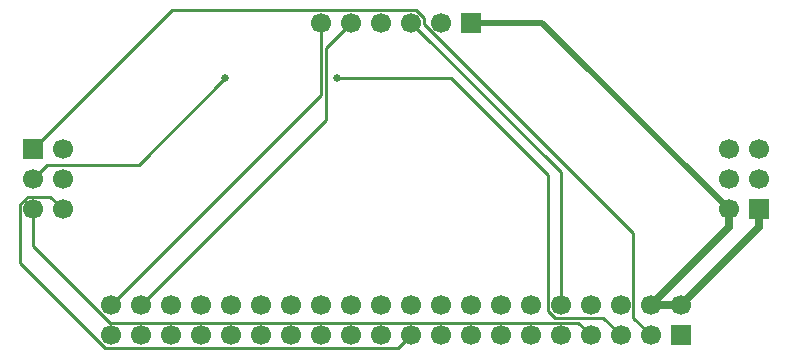
<source format=gtl>
G04 #@! TF.GenerationSoftware,KiCad,Pcbnew,9.0.2*
G04 #@! TF.CreationDate,2025-10-25T16:25:04-04:00*
G04 #@! TF.ProjectId,Display,44697370-6c61-4792-9e6b-696361645f70,rev?*
G04 #@! TF.SameCoordinates,Original*
G04 #@! TF.FileFunction,Copper,L1,Top*
G04 #@! TF.FilePolarity,Positive*
%FSLAX46Y46*%
G04 Gerber Fmt 4.6, Leading zero omitted, Abs format (unit mm)*
G04 Created by KiCad (PCBNEW 9.0.2) date 2025-10-25 16:25:04*
%MOMM*%
%LPD*%
G01*
G04 APERTURE LIST*
G04 #@! TA.AperFunction,ComponentPad*
%ADD10R,1.700000X1.700000*%
G04 #@! TD*
G04 #@! TA.AperFunction,ComponentPad*
%ADD11C,1.700000*%
G04 #@! TD*
G04 #@! TA.AperFunction,ViaPad*
%ADD12C,0.635000*%
G04 #@! TD*
G04 #@! TA.AperFunction,Conductor*
%ADD13C,0.254000*%
G04 #@! TD*
G04 #@! TA.AperFunction,Conductor*
%ADD14C,0.700000*%
G04 #@! TD*
G04 #@! TA.AperFunction,Conductor*
%ADD15C,0.508000*%
G04 #@! TD*
G04 APERTURE END LIST*
D10*
X137060000Y-71410000D03*
D11*
X139600000Y-71410000D03*
X137060000Y-73950000D03*
X139600000Y-73950000D03*
X137060000Y-76490000D03*
X139600000Y-76490000D03*
D10*
X174150000Y-60700000D03*
D11*
X171610000Y-60700000D03*
X169070000Y-60700000D03*
X166530000Y-60700000D03*
X163990000Y-60700000D03*
X161450000Y-60700000D03*
D10*
X191900000Y-87150000D03*
D11*
X191900000Y-84610000D03*
X189360000Y-87150000D03*
X189360000Y-84610000D03*
X186820000Y-87150000D03*
X186820000Y-84610000D03*
X184280000Y-87150000D03*
X184280000Y-84610000D03*
X181740000Y-87150000D03*
X181740000Y-84610000D03*
X179200000Y-87150000D03*
X179200000Y-84610000D03*
X176660000Y-87150000D03*
X176660000Y-84610000D03*
X174120000Y-87150000D03*
X174120000Y-84610000D03*
X171580000Y-87150000D03*
X171580000Y-84610000D03*
X169040000Y-87150000D03*
X169040000Y-84610000D03*
X166500000Y-87150000D03*
X166500000Y-84610000D03*
X163960000Y-87150000D03*
X163960000Y-84610000D03*
X161420000Y-87150000D03*
X161420000Y-84610000D03*
X158880000Y-87150000D03*
X158880000Y-84610000D03*
X156340000Y-87150000D03*
X156340000Y-84610000D03*
X153800000Y-87150000D03*
X153800000Y-84610000D03*
X151260000Y-87150000D03*
X151260000Y-84610000D03*
X148720000Y-87150000D03*
X148720000Y-84610000D03*
X146180000Y-87150000D03*
X146180000Y-84610000D03*
X143640000Y-87150000D03*
X143640000Y-84610000D03*
D10*
X198500000Y-76490000D03*
D11*
X195960000Y-76490000D03*
X198500000Y-73950000D03*
X195960000Y-73950000D03*
X198500000Y-71410000D03*
X195960000Y-71410000D03*
D12*
X153350000Y-65400000D03*
X162800000Y-65400000D03*
D13*
X137060000Y-79554523D02*
X137060000Y-76490000D01*
X143577477Y-86072000D02*
X137060000Y-79554523D01*
X183202000Y-86072000D02*
X143577477Y-86072000D01*
X184280000Y-87150000D02*
X183202000Y-86072000D01*
X170148000Y-60253477D02*
X169516523Y-59622000D01*
X187898000Y-78512523D02*
X170148000Y-60762523D01*
X189360000Y-87150000D02*
X187898000Y-85688000D01*
X187898000Y-85688000D02*
X187898000Y-78512523D01*
X170148000Y-60762523D02*
X170148000Y-60253477D01*
X169516523Y-59622000D02*
X148848000Y-59622000D01*
X148848000Y-59622000D02*
X137060000Y-71410000D01*
X181740000Y-73370000D02*
X181740000Y-84610000D01*
X169070000Y-60700000D02*
X181740000Y-73370000D01*
X161450000Y-66800000D02*
X161450000Y-60700000D01*
X143640000Y-84610000D02*
X161450000Y-66800000D01*
X161900000Y-62790000D02*
X163990000Y-60700000D01*
X161900000Y-68890000D02*
X161900000Y-62790000D01*
X146180000Y-84610000D02*
X161900000Y-68890000D01*
D14*
X195950000Y-78020000D02*
X189360000Y-84610000D01*
D15*
X174150000Y-60700000D02*
X180170000Y-60700000D01*
X180170000Y-60700000D02*
X195960000Y-76490000D01*
D14*
X198500000Y-76490000D02*
X198500000Y-78010000D01*
X189360000Y-84610000D02*
X191900000Y-84610000D01*
X195960000Y-77990000D02*
X195950000Y-78000000D01*
X195950000Y-78000000D02*
X195950000Y-78020000D01*
X195960000Y-76490000D02*
X195960000Y-77990000D01*
X198500000Y-78010000D02*
X191900000Y-84610000D01*
D13*
X138260000Y-72750000D02*
X137060000Y-73950000D01*
X185358000Y-85688000D02*
X181293477Y-85688000D01*
X180662000Y-73612000D02*
X172450000Y-65400000D01*
X146000000Y-72750000D02*
X138260000Y-72750000D01*
X180662000Y-85056523D02*
X180662000Y-73612000D01*
X186820000Y-87150000D02*
X185358000Y-85688000D01*
X153350000Y-65400000D02*
X146000000Y-72750000D01*
X172450000Y-65400000D02*
X162800000Y-65400000D01*
X181293477Y-85688000D02*
X180662000Y-85056523D01*
X135982000Y-76043477D02*
X135982000Y-81016523D01*
X135982000Y-81016523D02*
X143193477Y-88228000D01*
X143193477Y-88228000D02*
X167962000Y-88228000D01*
X136613477Y-75412000D02*
X135982000Y-76043477D01*
X138522000Y-75412000D02*
X136613477Y-75412000D01*
X139600000Y-76490000D02*
X138522000Y-75412000D01*
X167962000Y-88228000D02*
X169040000Y-87150000D01*
M02*

</source>
